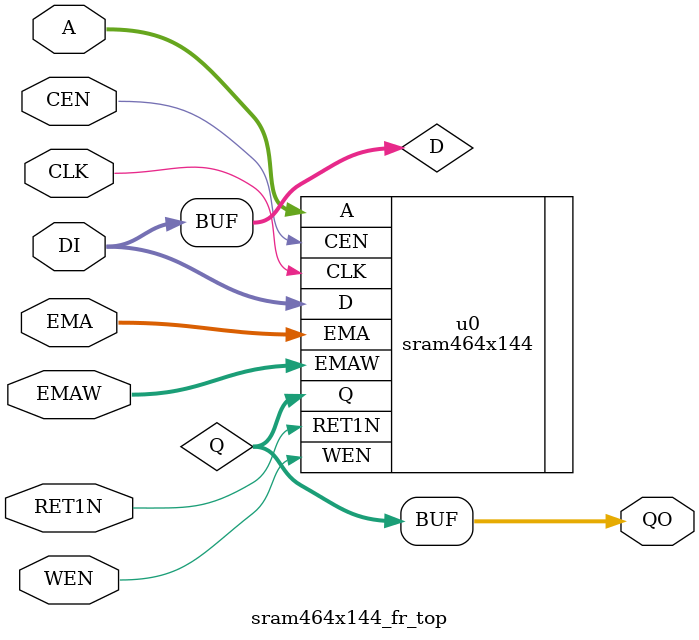
<source format=v>
/* common_memcomp Version: 4.0.5-beta22 */
/* lang compiler Version: 4.1.6-beta1 Jul 19 2012 13:55:19 */
//
//       CONFIDENTIAL AND PROPRIETARY SOFTWARE OF ARM PHYSICAL IP, INC.
//      
//       Copyright (c) 1993 - 2022 ARM Physical IP, Inc.  All Rights Reserved.
//      
//       Use of this Software is subject to the terms and conditions of the
//       applicable license agreement with ARM Physical IP, Inc.
//       In addition, this Software is protected by patents, copyright law 
//       and international treaties.
//      
//       The copyright notice(s) in this Software does not indicate actual or
//       intended publication of this Software.
//
//       Repair Verilog RTL for Synchronous Single-Port Register File
//
//       Instance Name:              sram464x144_rtl_top
//       Words:                      464
//       User Bits:                  144
//       Mux:                        2
//       Drive:                      6
//       Write Mask:                 Off
//       Extra Margin Adjustment:    On
//       Redundancy:                 off
//       Redundant Rows:             0
//       Redundant Columns:          0
//       Test Muxes                  Off
//       Ser:                        none
//       Retention:                  on
//       Power Gating:               off
//
//       Creation Date:  Tue Nov 15 11:43:09 2022
//       Version:      r1p1
//
//       Verified
//
//       Known Bugs: None.
//
//       Known Work Arounds: N/A
//
`timescale 1ns/1ps

module sram464x144_rtl_top (
          Q, 
          CLK, 
          CEN, 
          WEN, 
          A, 
          D, 
          EMA, 
          EMAW, 
          RET1N
   );

   output [143:0]           Q;
   input                    CLK;
   input                    CEN;
   input                    WEN;
   input [8:0]              A;
   input [143:0]            D;
   input [2:0]              EMA;
   input [1:0]              EMAW;
   input                    RET1N;
   wire [143:0]             DI;
   wire [143:0]             QO;

   assign Q = QO;
   assign DI = D;
   sram464x144_fr_top u0 (
         .QO(QO),
         .CLK(CLK),
         .CEN(CEN),
         .WEN(WEN),
         .A(A),
         .DI(DI),
         .EMA(EMA),
         .EMAW(EMAW),
         .RET1N(RET1N)
);

endmodule

module sram464x144_fr_top (
          QO, 
          CLK, 
          CEN, 
          WEN, 
          A, 
          DI, 
          EMA, 
          EMAW, 
          RET1N
   );

   output [143:0]           QO;
   input                    CLK;
   input                    CEN;
   input                    WEN;
   input [8:0]              A;
   input [143:0]            DI;
   input [2:0]              EMA;
   input [1:0]              EMAW;
   input                    RET1N;

   wire [143:0]    D;
   wire [143:0]    Q;

   assign D=DI;
   assign QO=Q;
   sram464x144 u0 (
         .Q(Q),
         .CLK(CLK),
         .CEN(CEN),
         .WEN(WEN),
         .A(A),
         .D(D),
         .EMA(EMA),
         .EMAW(EMAW),
         .RET1N(RET1N)
   );

endmodule // sram464x144_fr_top


</source>
